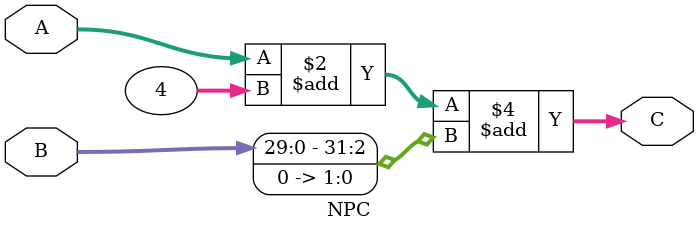
<source format=v>
module NPC(A, B, C);
  input [31:0]A;
  input [31:0]B;
  output reg [31:0]C;
  always@(A or B)
  begin
    C=A+4+(B<<2);
  end
endmodule
</source>
